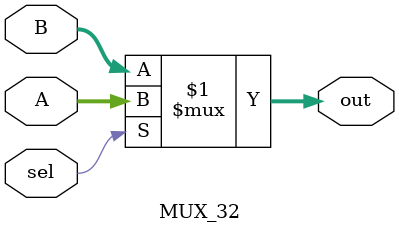
<source format=v>
module MUX_32(input [31:0]A,input [31:0]B,input sel,output [31:0]out);
assign out=sel?A:B;
endmodule
</source>
